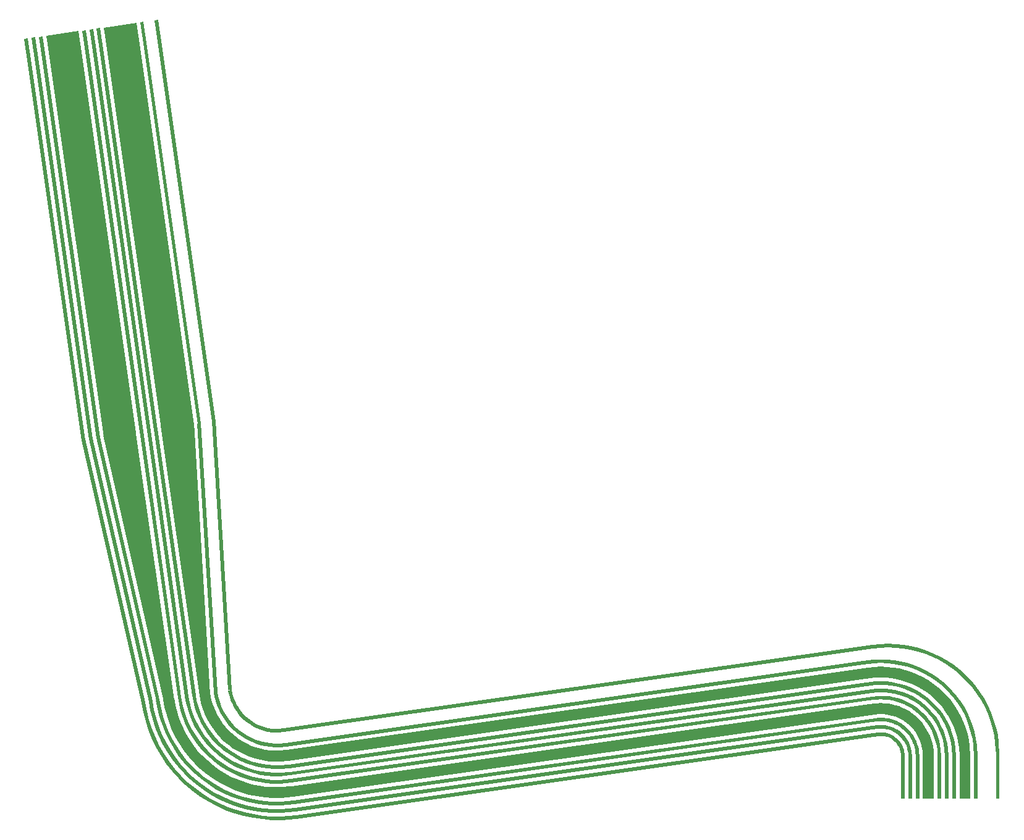
<source format=gbr>
G04 AutoGERB 2.0 for AutoCAD 14*
G04 RS274-X Output *
%FSLAX34Y34*%
%MOMM*%
%ADD12C,0.005000*%
%ADD13C,0.007000*%
G36*X1510811Y1229450D02*X1511593Y1225082D01*X1512655Y1220865*X1514007Y1216731*X1515643Y1212702*X1517556Y1208796*X1519736Y1205033*X1522172Y1201431*X1524852Y1198006*X1527765Y1194776*X1530895Y1191757*X1534228Y1188962*X1537746Y1186406*X1541435Y1184102*X1545274Y1182058*X1549246Y1180287*X1553332Y1178797*X1557510Y1177594*X1561764Y1176685*X1566070Y1176074*X1570407Y1175763*X1574732Y1175756*X1581548Y1176349*X2388699Y1290947*X2399208Y1292068*X2409813Y1292456*X2420419Y1292106*X2430975Y1291020*X2441431Y1289203*X2451734Y1286662*X2461835Y1283411*X2471687Y1279465*X2481239Y1274844*X2490449Y1269570*X2499267Y1263668*X2507655Y1257167*X2515571Y1250098*X2522975Y1242497*X2529833Y1234399*X2536111Y1225842*X2541779Y1216871*X2546809Y1207527*X2551177Y1197855*X2554862Y1187904*X2557846Y1177720*X2560114Y1167354*X2561660Y1156829*X2562592Y1140024*X2562592Y1080294*X2557593Y1080295*X2557593Y1139885*X2556681Y1156326*X2555193Y1166455*X2552999Y1176481*X2550113Y1186331*X2546548Y1195956*X2542324Y1205310*X2537458Y1214348*X2531976Y1223025*X2525904Y1231300*X2519272Y1239132*X2512110Y1246485*X2504454Y1253322*X2496342Y1259609*X2487812Y1265317*X2478906Y1270419*X2469666Y1274888*X2460138Y1278704*X2450367Y1281849*X2440402Y1284306*X2430290Y1286065*X2420080Y1287115*X2409822Y1287453*X2399565Y1287077*X2389316Y1285984*X1582117Y1171380*X1574945Y1170755*X1570224Y1170764*X1565539Y1171099*X1560889Y1171760*X1556295Y1172741*X1551781Y1174040*X1547369Y1175650*X1543079Y1177563*X1538932Y1179769*X1534949Y1182259*X1531149Y1185019*X1527550Y1188038*X1524168Y1191299*X1521023Y1194787*X1518127Y1198486*X1515497Y1202376*X1513143Y1206441*X1511076Y1210659*X1509308Y1215012*X1507848Y1219476*X1506702Y1224031*X1505890Y1228569*X1510811Y1229450*G37*G36*X1451418Y1220947D02*X1452933Y1212471D01*X1455014Y1204205*X1457664Y1196104*X1460872Y1188206*X1464621Y1180550*X1468893Y1173174*X1473669Y1166112*X1478923Y1159400*X1484632Y1153070*X1490767Y1147152*X1497298Y1141675*X1504194Y1136665*X1511424Y1132148*X1518948Y1128143*X1526734Y1124671*X1534741Y1121750*X1542933Y1119393*X1551269Y1117610*X1559709Y1116413*X1568211Y1115804*X1576711Y1115790*X1589982Y1116945*X2387133Y1230123*X2393491Y1230801*X2399923Y1231036*X2406356Y1230824*X2412759Y1230165*X2419100Y1229063*X2425350Y1227522*X2431478Y1225550*X2437453Y1223157*X2443247Y1220353*X2448833Y1217155*X2454182Y1213575*X2459270Y1209631*X2464072Y1205344*X2468562Y1200732*X2472722Y1195821*X2476531Y1190631*X2479969Y1185189*X2483019Y1179522*X2485669Y1173655*X2487904Y1167619*X2489714Y1161442*X2491090Y1155154*X2492029Y1148760*X2492592Y1138604*X2492592Y1080294*X2487593Y1080295*X2487593Y1138465*X2487050Y1148257*X2486169Y1154255*X2484867Y1160203*X2483155Y1166046*X2481040Y1171756*X2478534Y1177305*X2475648Y1182666*X2472396Y1187814*X2468795Y1192722*X2464859Y1197369*X2460611Y1201731*X2456069Y1205786*X2451257Y1209516*X2446198Y1212902*X2440914Y1215928*X2435432Y1218580*X2429781Y1220843*X2423985Y1222709*X2418073Y1224166*X2412074Y1225210*X2406017Y1225833*X2399932Y1226033*X2393848Y1225810*X2387750Y1225160*X1590551Y1111976*X1576924Y1110789*X1568028Y1110805*X1559178Y1111438*X1550394Y1112685*X1541718Y1114540*X1533192Y1116993*X1524857Y1120034*X1516753Y1123648*X1508921Y1127815*X1501397Y1132518*X1494219Y1137732*X1487420Y1143433*X1481035Y1149593*X1475094Y1156181*X1469624Y1163167*X1464654Y1170517*X1460208Y1178195*X1456305Y1186163*X1452967Y1194383*X1450207Y1202816*X1448042Y1211420*X1446496Y1220067*X1451418Y1220947*G37*G36*X1461316Y1222364D02*X1462710Y1214573D01*X1464621Y1206981*X1467054Y1199542*X1470001Y1192288*X1473443Y1185258*X1477367Y1178484*X1481753Y1171999*X1486577Y1165835*X1491821Y1160021*X1497455Y1154586*X1503453Y1149556*X1509786Y1144955*X1516425Y1140807*X1523336Y1137129*X1530486Y1133941*X1537840Y1131258*X1545363Y1129093*X1553018Y1127456*X1560769Y1126356*X1568577Y1125797*X1576382Y1125784*X1588576Y1126846*X2385728Y1240023*X2392777Y1240775*X2399905Y1241036*X2407034Y1240801*X2414129Y1240071*X2421156Y1238850*X2428082Y1237142*X2434871Y1234957*X2441492Y1232305*X2447914Y1229199*X2454103Y1225654*X2460030Y1221687*X2465668Y1217317*X2470988Y1212566*X2475965Y1207456*X2480574Y1202014*X2484793Y1196263*X2488604Y1190233*X2491984Y1183953*X2494921Y1177452*X2497397Y1170763*X2499403Y1163918*X2500927Y1156951*X2501968Y1149868*X2502592Y1138604*X2502592Y1080294*X2497593Y1080295*X2497593Y1138465*X2496989Y1149365*X2496006Y1156052*X2494556Y1162679*X2492648Y1169190*X2490292Y1175553*X2487499Y1181736*X2484283Y1187710*X2480660Y1193446*X2476645Y1198915*X2472262Y1204093*X2467527Y1208953*X2462467Y1213472*X2457105Y1217628*X2451466Y1221401*X2445579Y1224774*X2439471Y1227728*X2433174Y1230250*X2426715Y1232329*X2420127Y1233953*X2413444Y1235116*X2406695Y1235810*X2399914Y1236033*X2393134Y1235784*X2386345Y1235060*X1589145Y1121877*X1576595Y1120783*X1568394Y1120798*X1560238Y1121381*X1552143Y1122531*X1544148Y1124240*X1536289Y1126501*X1528609Y1129304*X1521141Y1132634*X1513922Y1136474*X1506989Y1140808*X1500374Y1145613*X1494108Y1150867*X1488224Y1156544*X1482748Y1162616*X1477708Y1169054*X1473128Y1175827*X1469030Y1182903*X1465434Y1190245*X1462357Y1197821*X1459814Y1205592*X1457819Y1213522*X1456395Y1221484*X1461316Y1222364*G37*G36*X1441518Y1219530D02*X1443157Y1210369D01*X1445408Y1201428*X1448275Y1192665*X1451744Y1184123*X1455798Y1175842*X1460420Y1167864*X1465585Y1160226*X1471268Y1152966*X1477443Y1146119*X1484079Y1139717*X1491143Y1133793*X1498603Y1128374*X1506422Y1123489*X1514561Y1119157*X1522982Y1115402*X1531643Y1112243*X1540504Y1109693*X1549520Y1107765*X1558649Y1106469*X1567845Y1105811*X1577041Y1105795*X1591387Y1107044*X2388539Y1220222*X2394204Y1220826*X2399941Y1221036*X2405679Y1220847*X2411390Y1220259*X2417046Y1219276*X2422621Y1217902*X2428085Y1216143*X2433415Y1214008*X2438582Y1211508*X2443564Y1208656*X2448335Y1205462*X2452873Y1201945*X2457155Y1198121*X2461160Y1194009*X2464871Y1189628*X2468267Y1184999*X2471334Y1180145*X2474054Y1175091*X2476418Y1169858*X2478411Y1164475*X2480025Y1158966*X2481252Y1153357*X2482090Y1147652*X2482592Y1138604*X2482592Y1080294*X2477593Y1080295*X2477593Y1138465*X2477111Y1147149*X2476331Y1152458*X2475178Y1157727*X2473662Y1162902*X2471789Y1167959*X2469569Y1172874*X2467013Y1177622*X2464132Y1182182*X2460942Y1186529*X2457457Y1190644*X2453694Y1194508*X2449672Y1198100*X2445410Y1201403*X2440927Y1204403*X2436249Y1207083*X2431394Y1209431*X2426388Y1211436*X2421254Y1213089*X2416019Y1214379*X2410705Y1215304*X2405340Y1215856*X2399950Y1216033*X2394561Y1215835*X2389156Y1215259*X1591956Y1102075*X1577254Y1100794*X1567662Y1100812*X1558118Y1101494*X1548645Y1102840*X1539289Y1104840*X1530094Y1107486*X1521105Y1110765*X1512366Y1114662*X1503919Y1119156*X1495806Y1124227*X1488064Y1129850*X1480732Y1135998*X1473846Y1142642*X1467439Y1149747*X1461540Y1157281*X1456181Y1165207*X1451385Y1173487*X1447177Y1182080*X1443576Y1190944*X1440601Y1200039*X1438266Y1209318*X1436597Y1218650*X1441518Y1219530*G37*G36*X1431591Y1218285D02*X1433383Y1208268D01*X1435804Y1198652*X1438887Y1189228*X1442618Y1180042*X1446979Y1171135*X1451949Y1162555*X1457503Y1154342*X1463615Y1146534*X1470256Y1139170*X1477392Y1132286*X1484990Y1125914*X1493013Y1120087*X1501421Y1114832*X1510174Y1110174*X1519231Y1106136*X1528546Y1102738*X1538075Y1099995*X1547771Y1097922*X1557589Y1096529*X1567479Y1095821*X1577323Y1095804*X1592927Y1097163*X2390030Y1210333*X2394918Y1210855*X2399960Y1211039*X2405003Y1210873*X2410021Y1210356*X2414991Y1209492*X2419890Y1208285*X2424693Y1206739*X2429376Y1204863*X2433918Y1202667*X2438297Y1200159*X2442490Y1197352*X2446478Y1194261*X2450240Y1190900*X2453760Y1187287*X2457021Y1183437*X2460006Y1179369*X2462701Y1175103*X2465092Y1170661*X2467169Y1166063*X2468921Y1161332*X2470339Y1156490*X2471418Y1151562*X2472163Y1146492*X2472592Y1138742*X2472592Y1080294*X2457593Y1080297*X2457593Y1138327*X2457224Y1144983*X2456653Y1148865*X2455798Y1152773*X2454672Y1156613*X2453284Y1160364*X2451637Y1164010*X2449740Y1167534*X2447603Y1170916*X2445236Y1174142*X2442651Y1177194*X2439859Y1180061*X2436875Y1182726*X2433713Y1185177*X2430388Y1187402*X2426917Y1189390*X2423315Y1191132*X2419600Y1192620*X2415793Y1193846*X2411908Y1194803*X2407966Y1195489*X2403986Y1195898*X2399987Y1196030*X2395989Y1195884*X2391881Y1195446*X1594634Y1082254*X1577962Y1080803*X1566930Y1080822*X1555998Y1081604*X1545146Y1083145*X1534428Y1085436*X1523895Y1088467*X1513600Y1092223*X1503589Y1096687*X1493914Y1101835*X1484620Y1107644*X1475753Y1114085*X1467353Y1121127*X1459465Y1128737*X1452126Y1136877*X1445370Y1145507*X1439230Y1154586*X1433738Y1164070*X1428917Y1173913*X1424792Y1184067*X1421385Y1194485*X1418710Y1205113*X1416826Y1215644*X1431591Y1218285*G37*G36*X1411820Y1215280D02*X1413827Y1204063D01*X1416587Y1193098*X1420103Y1182351*X1424358Y1171874*X1429331Y1161719*X1434998Y1151934*X1441333Y1142567*X1448303Y1133663*X1455876Y1125265*X1464014Y1117415*X1472678Y1110150*X1481827Y1103504*X1491416Y1097511*X1501398Y1092199*X1511726Y1087594*X1522349Y1083719*X1533215Y1080592*X1544273Y1078228*X1555469Y1076639*X1566747Y1075832*X1578031Y1075812*X1595604Y1077342*X2392756Y1190520*X2396345Y1190903*X2399996Y1191036*X2403648Y1190916*X2407282Y1190542*X2410882Y1189917*X2414429Y1189042*X2417906Y1187923*X2421298Y1186564*X2424586Y1184973*X2427757Y1183158*X2430792Y1181126*X2433680Y1178887*X2436406Y1176454*X2438954Y1173836*X2441316Y1171049*X2443477Y1168103*X2445427Y1165015*X2447160Y1161798*X2448664Y1158468*X2449932Y1155042*X2450959Y1151536*X2451740Y1147968*X2452275Y1144327*X2452592Y1138604*X2452592Y1080294*X2447593Y1080295*X2447593Y1138465*X2447296Y1143824*X2446819Y1147069*X2446112Y1150297*X2445183Y1153469*X2444035Y1156569*X2442675Y1159581*X2441108Y1162492*X2439342Y1165286*X2437387Y1167950*X2435251Y1170473*X2432945Y1172841*X2430479Y1175042*X2427867Y1177067*X2425120Y1178905*X2422253Y1180548*X2419277Y1181987*X2416209Y1183216*X2413062Y1184229*X2409853Y1185020*X2406597Y1185587*X2403309Y1185925*X2400005Y1186033*X2396702Y1185912*X2393373Y1185557*X1596173Y1072373*X1578244Y1070811*X1566564Y1070833*X1554938Y1071664*X1543398Y1073303*X1532000Y1075739*X1520798Y1078962*X1509849Y1082957*X1499203Y1087704*X1488913Y1093178*X1479030Y1099357*X1469599Y1106207*X1460667Y1113696*X1452279Y1121788*X1444474Y1130444*X1437288Y1139622*X1430759Y1149277*X1424918Y1159364*X1419791Y1169831*X1415406Y1180630*X1411780Y1191709*X1408936Y1203012*X1406899Y1214399*X1411820Y1215280*G37*G36*X1401921Y1213862D02*X1404050Y1201961D01*X1406981Y1190321*X1410713Y1178913*X1415230Y1167792*X1420508Y1157011*X1426525Y1146624*X1433249Y1136681*X1440648Y1127229*X1448687Y1118314*X1457326Y1109981*X1466523Y1102268*X1476235Y1095214*X1486414Y1088852*X1497011Y1083213*X1507974Y1078325*X1519251Y1074211*X1530785Y1070892*X1542524Y1068382*X1554408Y1066695*X1566381Y1065839*X1578360Y1065818*X1597010Y1067441*X2394161Y1180619*X2397059Y1180928*X2400015Y1181036*X2402971Y1180939*X2405912Y1180636*X2408826Y1180130*X2411697Y1179422*X2414513Y1178516*X2417259Y1177416*X2419921Y1176128*X2422488Y1174658*X2424945Y1173013*X2427283Y1171201*X2429489Y1169231*X2431552Y1167113*X2433463Y1164856*X2435214Y1162471*X2436793Y1159971*X2438195Y1157367*X2439412Y1154671*X2440439Y1151898*X2441271Y1149060*X2441903Y1146171*X2442336Y1143219*X2442592Y1138604*X2442592Y1080294*X2437593Y1080295*X2437593Y1138465*X2437357Y1142716*X2436982Y1145272*X2436424Y1147821*X2435690Y1150325*X2434783Y1152772*X2433710Y1155150*X2432472Y1157448*X2431079Y1159654*X2429536Y1161757*X2427849Y1163748*X2426028Y1165618*X2424082Y1167356*X2422020Y1168954*X2419851Y1170405*X2417586Y1171703*X2415238Y1172839*X2412816Y1173809*X2410332Y1174609*X2407799Y1175233*X2405227Y1175681*X2402632Y1175948*X2400024Y1176033*X2397416Y1175937*X2394778Y1175656*X1597579Y1062472*X1578573Y1060817*X1566198Y1060840*X1553877Y1061720*X1541649Y1063457*X1529570Y1066039*X1517700Y1069454*X1506097Y1073688*X1494816Y1078718*X1483911Y1084519*X1473438Y1091067*X1463444Y1098325*X1453979Y1106262*X1445090Y1114837*X1436819Y1124010*X1429204Y1133736*X1422286Y1143967*X1416095Y1154656*X1410663Y1165749*X1406014Y1177192*X1402174Y1188932*X1399159Y1200910*X1397000Y1212982*X1401921Y1213862*G37*G36*X1392022Y1212446D02*X1394274Y1199859D01*X1397374Y1187544*X1401323Y1175475*X1406101Y1163709*X1411686Y1152303*X1418051Y1141314*X1425165Y1130794*X1432993Y1120795*X1441498Y1111363*X1450638Y1102547*X1460368Y1094387*X1470643Y1086923*X1481412Y1080193*X1492623Y1074227*X1504222Y1069056*X1516152Y1064704*X1528356Y1061191*X1540775Y1058536*X1553348Y1056752*X1566015Y1055845*X1578690Y1055823*X1598416Y1057541*X2395567Y1170718*X2397773Y1170954*X2400033Y1171036*X2402294Y1170962*X2404543Y1170730*X2406772Y1170343*X2408967Y1169801*X2411120Y1169109*X2413220Y1168268*X2415256Y1167283*X2417219Y1166159*X2419098Y1164901*X2420886Y1163515*X2422573Y1162009*X2424150Y1160388*X2425612Y1158663*X2426950Y1156839*X2428157Y1154927*X2429230Y1152936*X2430161Y1150875*X2430946Y1148754*X2431582Y1146584*X2432065Y1144374*X2432398Y1142111*X2432592Y1138604*X2432592Y1080294*X2427593Y1080295*X2427593Y1138465*X2427419Y1141608*X2427144Y1143475*X2426735Y1145345*X2426197Y1147181*X2425532Y1148976*X2424745Y1150719*X2423838Y1152404*X2422815Y1154022*X2421683Y1155564*X2420447Y1157025*X2419112Y1158396*X2417685Y1159670*X2416173Y1160842*X2414582Y1161906*X2412921Y1162858*X2411199Y1163691*X2409423Y1164402*X2407602Y1164988*X2405743Y1165446*X2403858Y1165775*X2401955Y1165971*X2400042Y1166033*X2398130Y1165963*X2396184Y1165755*X1598985Y1052572*X1578903Y1050822*X1565832Y1050846*X1552817Y1051777*X1539900Y1053611*X1527141Y1056338*X1514601Y1059947*X1502345Y1064419*X1490428Y1069732*X1478909Y1075860*X1467846Y1082776*X1457289Y1090444*X1447291Y1098828*X1437901Y1107886*X1429164Y1117576*X1421120Y1127849*X1413812Y1138657*X1407273Y1149948*X1401534Y1161666*X1396624Y1173754*X1392567Y1186155*X1389383Y1198808*X1387101Y1211565*X1392022Y1212446*G37*G36*X1481087Y1225369D02*X1482266Y1218778D01*X1483837Y1212535*X1485838Y1206419*X1488260Y1200456*X1491091Y1194675*X1494318Y1189106*X1497923Y1183773*X1501890Y1178705*X1506201Y1173925*X1510833Y1169457*X1515765Y1165321*X1520972Y1161538*X1526430Y1158127*X1532112Y1155103*X1537991Y1152483*X1544038Y1150277*X1550223Y1148496*X1556517Y1147151*X1562889Y1146247*X1569309Y1145787*X1575674Y1145776*X1585898Y1146667*X2383003Y1259837*X2391349Y1260727*X2399867Y1261039*X2408388Y1260759*X2416868Y1259885*X2425266Y1258426*X2433543Y1256385*X2441658Y1253773*X2449571Y1250604*X2457245Y1246891*X2464643Y1242655*X2471727Y1237913*X2478464Y1232692*X2484823Y1227014*X2490771Y1220906*X2496280Y1214401*X2501323Y1207529*X2505876Y1200322*X2509917Y1192816*X2513426Y1185046*X2516385Y1177053*X2518783Y1168872*X2520605Y1160544*X2521855Y1152033*X2522592Y1138742*X2522592Y1080294*X2507593Y1080297*X2507593Y1138327*X2506916Y1150524*X2505840Y1157849*X2504242Y1165155*X2502138Y1172334*X2499541Y1179349*X2496462Y1186165*X2492915Y1192751*X2488920Y1199076*X2484495Y1205106*X2479662Y1210815*X2474442Y1216173*X2468863Y1221155*X2462950Y1225738*X2456734Y1229898*X2450244Y1233616*X2443510Y1236873*X2436565Y1239654*X2429444Y1241946*X2422183Y1243737*X2414813Y1245018*X2407371Y1245784*X2399896Y1246030*X2392420Y1245756*X2384852Y1244950*X1587605Y1131758*X1576313Y1130775*X1568760Y1130788*X1561298Y1131322*X1553892Y1132374*X1546576Y1133937*X1539387Y1136006*X1532360Y1138570*X1525527Y1141616*X1518923Y1145130*X1512579Y1149095*X1506526Y1153492*X1500794Y1158298*X1495410Y1163492*X1490401Y1169048*X1485790Y1174938*X1481599Y1181135*X1477850Y1187608*X1474559Y1194327*X1471745Y1201258*X1469418Y1208368*X1467593Y1215623*X1466322Y1222728*X1481087Y1225369*G37*G36*X1491013Y1226616D02*X1492040Y1220878D01*X1493441Y1215312*X1495226Y1209856*X1497386Y1204537*X1499911Y1199381*X1502788Y1194414*X1506004Y1189658*X1509542Y1185137*X1513387Y1180874*X1517518Y1176888*X1521918Y1173200*X1526562Y1169826*X1531431Y1166784*X1536498Y1164086*X1541742Y1161749*X1547135Y1159782*X1552651Y1158194*X1558265Y1156993*X1563950Y1156187*X1569675Y1155777*X1575392Y1155767*X1584359Y1156548*X2381511Y1269726*X2390636Y1270699*X2399850Y1271036*X2409065Y1270732*X2418237Y1269788*X2427320Y1268210*X2436272Y1266002*X2445050Y1263178*X2453609Y1259749*X2461909Y1255734*X2469910Y1251152*X2477572Y1246024*X2484860Y1240375*X2491738Y1234233*X2498171Y1227629*X2504130Y1220593*X2509584Y1213159*X2514509Y1205364*X2518879Y1197245*X2522675Y1188842*X2525876Y1180196*X2528469Y1171348*X2530440Y1162341*X2531783Y1153193*X2532592Y1138604*X2532592Y1080294*X2527593Y1080295*X2527593Y1138465*X2526804Y1152690*X2525519Y1161442*X2523622Y1170109*X2521127Y1178623*X2518046Y1186943*X2514394Y1195028*X2510188Y1202841*X2505449Y1210342*X2500201Y1217494*X2494468Y1224264*X2488277Y1230620*X2481659Y1236530*X2474647Y1241965*X2467273Y1246899*X2459576Y1251309*X2451588Y1255172*X2443353Y1258471*X2434907Y1261189*X2426293Y1263313*X2417552Y1264833*X2408726Y1265741*X2399859Y1266033*X2390993Y1265708*X2382128Y1264763*X1584928Y1151579*X1575605Y1150766*X1569492Y1150778*X1563419Y1151212*X1557390Y1152068*X1551436Y1153341*X1545584Y1155025*X1539865Y1157112*X1534303Y1159591*X1528928Y1162451*X1523765Y1165679*X1518839Y1169257*X1514173Y1173169*X1509790Y1177397*X1505713Y1181918*X1501959Y1186713*X1498549Y1191757*X1495498Y1197026*X1492819Y1202494*X1490529Y1208135*X1488634Y1213923*X1487149Y1219827*X1486092Y1225735*X1491013Y1226616*G37*G36*X1310171Y1572500D02*X1391999Y1212559D01*X1387124Y1211452*X1305296Y1571392*X1310171Y1572500*G37*G36*X1320070Y1573917D02*X1401898Y1213976D01*X1397023Y1212869*X1315195Y1572809*X1320070Y1573917*G37*G36*X1329970Y1575334D02*X1411797Y1215393D01*X1406922Y1214286*X1325095Y1574226*X1329970Y1575334*G37*G36*X1389401Y1583637D02*X1441532Y1219445D01*X1436583Y1218737*X1384452Y1582928*X1389401Y1583637*G37*G36*X1399300Y1585054D02*X1451431Y1220862D01*X1446482Y1220154*X1394351Y1584345*X1399300Y1585054*G37*G36*X1409199Y1586471D02*X1461330Y1222279D01*X1456381Y1221571*X1404250Y1585762*X1409199Y1586471*G37*G36*X1468615Y1594770D02*X1491048Y1226327D01*X1486057Y1226024*X1463624Y1594466*X1468615Y1594770*G37*G36*X1488413Y1597604D02*X1510846Y1229161D01*X1505855Y1228858*X1483422Y1597300*X1488413Y1597604*G37*G36*X1378946Y1585978D02*X1431943Y1215815D01*X1417396Y1213127*X1334466Y1577749*X1378946Y1585978*G37*G36*X1458637Y1595441D02*X1481264Y1223198D01*X1466471Y1221695*X1413641Y1590862*X1458637Y1595441*G37*G36*X1379978Y2143488D02*X1458696Y1593554D01*X1414149Y1587186*X1335432Y2137111*X1379978Y2143488*G37*G36*X1389876Y2144907D02*X1468594Y1594973D01*X1463645Y1594265*X1384927Y2144198*X1389876Y2144907*G37*G36*X1409674Y2147741D02*X1488392Y1597807D01*X1483443Y1597099*X1404725Y2147032*X1409674Y2147741*G37*G36*X1320583Y2134987D02*X1399300Y1585053D01*X1394351Y1584346*X1315634Y2134279*X1320583Y2134987*G37*G36*X1310683Y2133571D02*X1389401Y1583637D01*X1384452Y1582929*X1305734Y2132862*X1310683Y2133571*G37*G36*X1330482Y2136404D02*X1409199Y1586470D01*X1404250Y1585763*X1325533Y2135696*X1330482Y2136404*G37*G36*X1300785Y2132152D02*X1379503Y1582218D01*X1334956Y1575850*X1256239Y2125775*X1300785Y2132152*G37*G36*X1251289Y2125069D02*X1330007Y1575135D01*X1325058Y1574427*X1246340Y2124360*X1251289Y2125069*G37*G36*X1241390Y2123651D02*X1320107Y1573717D01*X1315158Y1573010*X1236441Y2122943*X1241390Y2123651*G37*G36*X1231491Y2122234D02*X1310208Y1572300D01*X1305259Y1571593*X1226542Y2121526*X1231491Y2122234*G37*M02*
</source>
